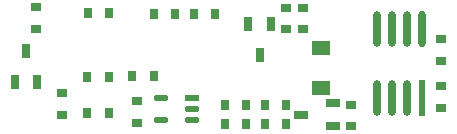
<source format=gbp>
%FSTAX24Y24*%
%MOIN*%
G70*
G01*
G75*
G04 Layer_Color=128*
%ADD10O,0.0472X0.0217*%
%ADD11R,0.0472X0.0217*%
%ADD12R,0.0374X0.0315*%
%ADD13R,0.0630X0.0630*%
%ADD14R,0.0256X0.0472*%
%ADD15R,0.0472X0.0256*%
%ADD16R,0.0315X0.0374*%
%ADD17R,0.0492X0.0630*%
%ADD18R,0.0807X0.0886*%
G04:AMPARAMS|DCode=19|XSize=21.7mil|YSize=47.2mil|CornerRadius=0mil|HoleSize=0mil|Usage=FLASHONLY|Rotation=90.000|XOffset=0mil|YOffset=0mil|HoleType=Round|Shape=Octagon|*
%AMOCTAGOND19*
4,1,8,-0.0236,-0.0054,-0.0236,0.0054,-0.0182,0.0108,0.0182,0.0108,0.0236,0.0054,0.0236,-0.0054,0.0182,-0.0108,-0.0182,-0.0108,-0.0236,-0.0054,0.0*
%
%ADD19OCTAGOND19*%

%ADD20C,0.0100*%
%ADD21C,0.0709*%
%ADD22C,0.1575*%
%ADD23C,0.0591*%
%ADD24C,0.0472*%
%ADD25C,0.0551*%
%ADD26R,0.0591X0.0591*%
%ADD27C,0.0320*%
%ADD28O,0.0236X0.1200*%
%ADD29R,0.0236X0.1200*%
%ADD30O,0.0236X0.1204*%
%ADD31R,0.0630X0.0492*%
%ADD32C,0.0200*%
%ADD33C,0.0197*%
%ADD34C,0.0079*%
%ADD35C,0.0080*%
%ADD36C,0.0039*%
%ADD37C,0.0004*%
%ADD38C,0.0020*%
%ADD39C,0.0030*%
%ADD40O,0.0512X0.0256*%
%ADD41R,0.0512X0.0256*%
%ADD42R,0.0454X0.0395*%
%ADD43R,0.0710X0.0710*%
%ADD44R,0.0336X0.0552*%
%ADD45R,0.0552X0.0336*%
%ADD46R,0.0395X0.0454*%
%ADD47R,0.0572X0.0710*%
%ADD48R,0.0887X0.0966*%
G04:AMPARAMS|DCode=49|XSize=25.6mil|YSize=51.2mil|CornerRadius=0mil|HoleSize=0mil|Usage=FLASHONLY|Rotation=90.000|XOffset=0mil|YOffset=0mil|HoleType=Round|Shape=Octagon|*
%AMOCTAGOND49*
4,1,8,-0.0256,-0.0064,-0.0256,0.0064,-0.0192,0.0128,0.0192,0.0128,0.0256,0.0064,0.0256,-0.0064,0.0192,-0.0128,-0.0192,-0.0128,-0.0256,-0.0064,0.0*
%
%ADD49OCTAGOND49*%

%ADD50C,0.0789*%
%ADD51C,0.1655*%
%ADD52C,0.0671*%
%ADD53C,0.0552*%
%ADD54C,0.0631*%
%ADD55R,0.0671X0.0671*%
%ADD56C,0.0400*%
%ADD57O,0.0316X0.1280*%
%ADD58R,0.0316X0.1280*%
%ADD59O,0.0316X0.1284*%
%ADD60R,0.0710X0.0572*%
D10*
X237744Y14281D02*
D03*
Y142062D02*
D03*
X238778Y142436D02*
D03*
Y142062D02*
D03*
D11*
Y14281D02*
D03*
D12*
X247081Y14248D02*
D03*
Y143188D02*
D03*
X247081Y144044D02*
D03*
Y144753D02*
D03*
X233575Y145116D02*
D03*
Y145824D02*
D03*
X236944Y141979D02*
D03*
Y142688D02*
D03*
X24249Y145096D02*
D03*
Y145804D02*
D03*
X241936Y145092D02*
D03*
Y1458D02*
D03*
X234455Y142954D02*
D03*
Y142246D02*
D03*
X244081Y141866D02*
D03*
Y142574D02*
D03*
D14*
X241046Y144223D02*
D03*
X240672Y145268D02*
D03*
X24142D02*
D03*
X233255Y144379D02*
D03*
X233629Y143334D02*
D03*
X232881D02*
D03*
D15*
X242433Y14225D02*
D03*
X243478Y142624D02*
D03*
Y141876D02*
D03*
D16*
X238233Y1456D02*
D03*
X237524D02*
D03*
X238843D02*
D03*
X239552D02*
D03*
X236806Y143523D02*
D03*
X237515D02*
D03*
X24192Y141926D02*
D03*
X241212D02*
D03*
X24059D02*
D03*
X239882D02*
D03*
X241934Y142558D02*
D03*
X241225D02*
D03*
X2406Y142566D02*
D03*
X239892D02*
D03*
X236009Y1423D02*
D03*
X235301D02*
D03*
X235301Y1435D02*
D03*
X236009D02*
D03*
X236019Y145619D02*
D03*
X23531D02*
D03*
D28*
X245454Y145106D02*
D03*
X245954D02*
D03*
X244954Y142806D02*
D03*
X245454D02*
D03*
X245954D02*
D03*
X244954Y145106D02*
D03*
D29*
X246454Y142806D02*
D03*
D30*
Y145106D02*
D03*
D31*
X243105Y143121D02*
D03*
Y144479D02*
D03*
M02*

</source>
